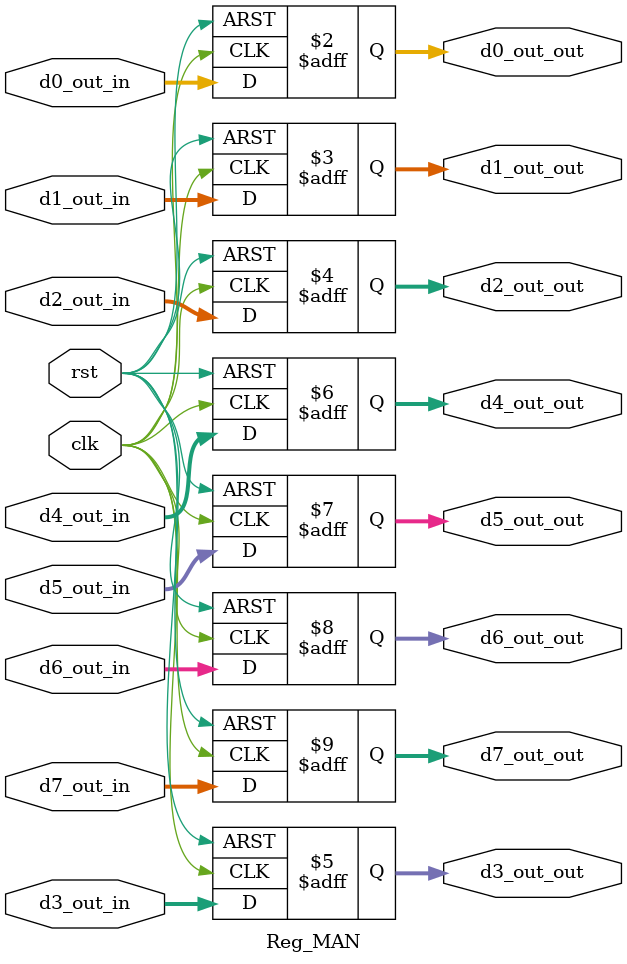
<source format=v>
module Reg_MAN (             //要八個
        clk,
        rst,
        d0_out_in,
        d1_out_in,
        d2_out_in,
        d3_out_in,
        d4_out_in,
        d5_out_in,
        d6_out_in,
        d7_out_in,
        d0_out_out,
        d1_out_out,
        d2_out_out,
        d3_out_out,
        d4_out_out,
        d5_out_out,
        d6_out_out,
        d7_out_out,
    );

    input clk,rst;
    input [9:0] d0_out_in,d1_out_in,d2_out_in,d3_out_in,d4_out_in,d5_out_in,d6_out_in,d7_out_in;
    output reg [9:0] d0_out_out,d1_out_out,d2_out_out,d3_out_out,d4_out_out,d5_out_out,d6_out_out,d7_out_out;



    always @(posedge clk or posedge rst) 
    begin
        if (rst) 
        begin
            d0_out_out <= 10'b0000000000;
            d1_out_out <= 10'b0000000000;   
            d2_out_out <= 10'b0000000000;
            d3_out_out <= 10'b0000000000;
            d4_out_out <= 10'b0000000000;
            d5_out_out <= 10'b0000000000;
            d6_out_out <= 10'b0000000000;
            d7_out_out <= 10'b0000000000;
        end
        else
        begin
            d0_out_out <= d0_out_in;
            d1_out_out <= d1_out_in;   
            d2_out_out <= d2_out_in;
            d3_out_out <= d3_out_in;
            d4_out_out <= d4_out_in;
            d5_out_out <= d5_out_in;
            d6_out_out <= d6_out_in;
            d7_out_out <= d7_out_in;
        end    
    end

endmodule
</source>
